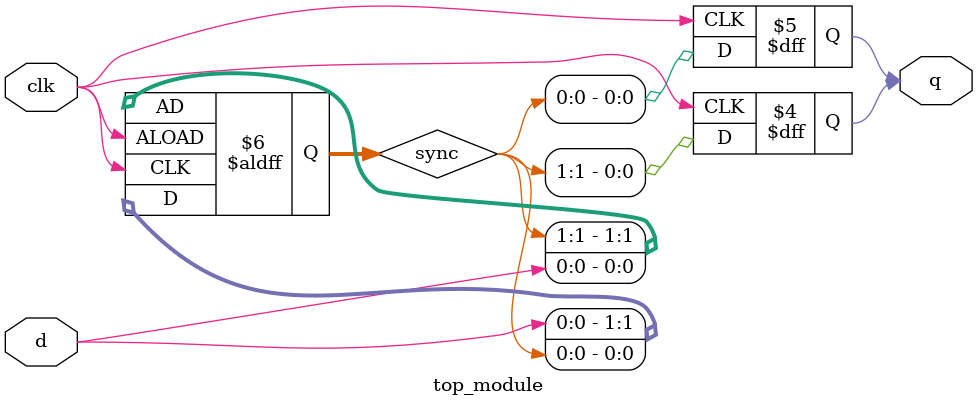
<source format=sv>
module top_module(
    input clk,
    input d,
    output reg q);

    reg [1:0] sync;

    always @(posedge clk or negedge clk) begin
        if (clk) begin
            sync[0] <= d;
        end else begin
            sync[1] <= d;
        end
    end

    always @(posedge clk) begin
        q <= sync[0];
    end

    always @(negedge clk) begin
        q <= sync[1];
    end

endmodule

</source>
